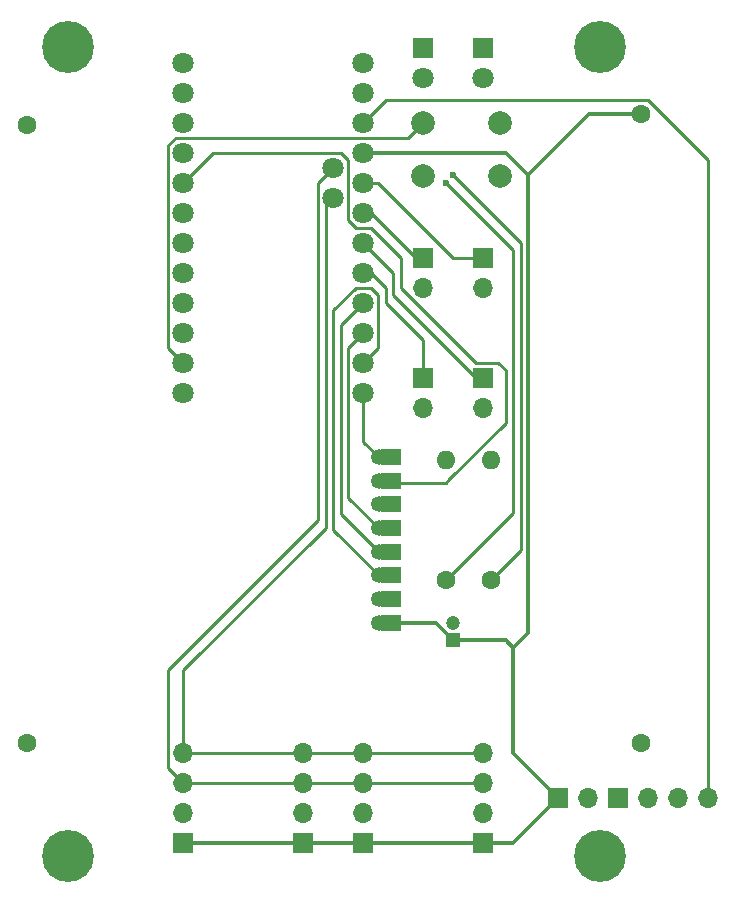
<source format=gbr>
G04 #@! TF.FileFunction,Copper,L1,Top,Signal*
%FSLAX46Y46*%
G04 Gerber Fmt 4.6, Leading zero omitted, Abs format (unit mm)*
G04 Created by KiCad (PCBNEW 4.0.7) date 04/25/18 22:19:43*
%MOMM*%
%LPD*%
G01*
G04 APERTURE LIST*
%ADD10C,0.100000*%
%ADD11C,4.400000*%
%ADD12C,0.700000*%
%ADD13R,1.800000X1.800000*%
%ADD14C,1.800000*%
%ADD15C,1.600000*%
%ADD16O,1.600000X1.600000*%
%ADD17C,1.350000*%
%ADD18R,1.800000X1.350000*%
%ADD19C,2.000000*%
%ADD20R,1.700000X1.700000*%
%ADD21O,1.700000X1.700000*%
%ADD22R,1.200000X1.200000*%
%ADD23C,1.200000*%
%ADD24C,0.600000*%
%ADD25C,0.350000*%
%ADD26C,0.250000*%
G04 APERTURE END LIST*
D10*
D11*
X116000000Y-81250000D03*
D12*
X117650000Y-81250000D03*
X117166726Y-82416726D03*
X116000000Y-82900000D03*
X114833274Y-82416726D03*
X114350000Y-81250000D03*
X114833274Y-80083274D03*
X116000000Y-79600000D03*
X117166726Y-80083274D03*
D11*
X161000000Y-81250000D03*
D12*
X162650000Y-81250000D03*
X162166726Y-82416726D03*
X161000000Y-82900000D03*
X159833274Y-82416726D03*
X159350000Y-81250000D03*
X159833274Y-80083274D03*
X161000000Y-79600000D03*
X162166726Y-80083274D03*
D11*
X161000000Y-149750000D03*
D12*
X162650000Y-149750000D03*
X162166726Y-150916726D03*
X161000000Y-151400000D03*
X159833274Y-150916726D03*
X159350000Y-149750000D03*
X159833274Y-148583274D03*
X161000000Y-148100000D03*
X162166726Y-148583274D03*
D13*
X146050000Y-81280000D03*
D14*
X146050000Y-83820000D03*
D15*
X147955000Y-126365000D03*
D16*
X147955000Y-116205000D03*
D17*
X142280000Y-115945000D03*
D18*
X143280000Y-115945000D03*
D17*
X142280000Y-129945000D03*
X142280000Y-127945000D03*
X142280000Y-125945000D03*
X142280000Y-123945000D03*
X142280000Y-121945000D03*
X142280000Y-119945000D03*
X142280000Y-117945000D03*
D18*
X143280000Y-129945000D03*
X143280000Y-127945000D03*
X143280000Y-125945000D03*
X143280000Y-123945000D03*
X143280000Y-121945000D03*
X143280000Y-119945000D03*
X143280000Y-117945000D03*
D19*
X146050000Y-92130000D03*
X146050000Y-87630000D03*
X152550000Y-92130000D03*
X152550000Y-87630000D03*
D13*
X151130000Y-81280000D03*
D14*
X151130000Y-83820000D03*
D20*
X157480000Y-144780000D03*
D21*
X160020000Y-144780000D03*
D20*
X151130000Y-148590000D03*
D21*
X151130000Y-146050000D03*
X151130000Y-143510000D03*
X151130000Y-140970000D03*
D20*
X125730000Y-148590000D03*
D21*
X125730000Y-146050000D03*
X125730000Y-143510000D03*
X125730000Y-140970000D03*
D20*
X162560000Y-144780000D03*
D21*
X165100000Y-144780000D03*
X167640000Y-144780000D03*
X170180000Y-144780000D03*
D15*
X151765000Y-126365000D03*
D16*
X151765000Y-116205000D03*
D15*
X112500000Y-87800000D03*
X112500000Y-140100000D03*
D20*
X146050000Y-109220000D03*
D21*
X146050000Y-111760000D03*
D20*
X151130000Y-109220000D03*
D21*
X151130000Y-111760000D03*
D20*
X146050000Y-99060000D03*
D21*
X146050000Y-101600000D03*
D20*
X151130000Y-99060000D03*
D21*
X151130000Y-101600000D03*
D20*
X140970000Y-148590000D03*
D21*
X140970000Y-146050000D03*
X140970000Y-143510000D03*
X140970000Y-140970000D03*
D20*
X135890000Y-148590000D03*
D21*
X135890000Y-146050000D03*
X135890000Y-143510000D03*
X135890000Y-140970000D03*
D14*
X140970000Y-110490000D03*
X140970000Y-107950000D03*
X140970000Y-105410000D03*
X140970000Y-102870000D03*
X140970000Y-100330000D03*
X140970000Y-97790000D03*
X140970000Y-95250000D03*
X140970000Y-92710000D03*
X140970000Y-90170000D03*
X140970000Y-87630000D03*
X140970000Y-85090000D03*
X140970000Y-82550000D03*
X125730000Y-82550000D03*
X125730000Y-85090000D03*
X125730000Y-87630000D03*
X125730000Y-90170000D03*
X125730000Y-92710000D03*
X125730000Y-95250000D03*
X125730000Y-97790000D03*
X125730000Y-100330000D03*
X125730000Y-102870000D03*
X125730000Y-105410000D03*
X125730000Y-107950000D03*
X125730000Y-110490000D03*
X138430000Y-93980000D03*
X138430000Y-91440000D03*
D22*
X148590000Y-131445000D03*
D23*
X148590000Y-129945000D03*
D11*
X116000000Y-149750000D03*
D12*
X117650000Y-149750000D03*
X117166726Y-150916726D03*
X116000000Y-151400000D03*
X114833274Y-150916726D03*
X114350000Y-149750000D03*
X114833274Y-148583274D03*
X116000000Y-148100000D03*
X117166726Y-148583274D03*
D15*
X164500000Y-140100000D03*
X164500000Y-86900000D03*
D24*
X148590000Y-92075000D03*
X147955000Y-92710000D03*
D25*
X164500000Y-86900000D02*
X160115000Y-86900000D01*
X156210000Y-90805000D02*
X158750000Y-88265000D01*
X154940000Y-92075000D02*
X156210000Y-90805000D01*
X160115000Y-86900000D02*
X158750000Y-88265000D01*
X142280000Y-129945000D02*
X143280000Y-129945000D01*
X142280000Y-129945000D02*
X147090000Y-129945000D01*
X147090000Y-129945000D02*
X148590000Y-131445000D01*
X154940000Y-92075000D02*
X153035000Y-90170000D01*
X154940000Y-121285000D02*
X154940000Y-92075000D01*
X154940000Y-130810000D02*
X154940000Y-121285000D01*
X154940000Y-121285000D02*
X154940000Y-120650000D01*
X148590000Y-131445000D02*
X153035000Y-131445000D01*
X153035000Y-131445000D02*
X153670000Y-132080000D01*
X148360000Y-131215000D02*
X148590000Y-131445000D01*
X153670000Y-132080000D02*
X153670000Y-140970000D01*
X153670000Y-140970000D02*
X157480000Y-144780000D01*
X154535000Y-131215000D02*
X153670000Y-132080000D01*
X154535000Y-131215000D02*
X154940000Y-130810000D01*
X140970000Y-90170000D02*
X153035000Y-90170000D01*
X151130000Y-148590000D02*
X153670000Y-148590000D01*
X153670000Y-148590000D02*
X157480000Y-144780000D01*
X125730000Y-148590000D02*
X135890000Y-148590000D01*
X135890000Y-148590000D02*
X140970000Y-148590000D01*
X140970000Y-148590000D02*
X151130000Y-148590000D01*
D26*
X142280000Y-127945000D02*
X143280000Y-127945000D01*
X148590000Y-92075000D02*
X154305000Y-97790000D01*
X154305000Y-97790000D02*
X154305000Y-123825000D01*
X154305000Y-123825000D02*
X151765000Y-126365000D01*
X142280000Y-119945000D02*
X143280000Y-119945000D01*
X125730000Y-88900000D02*
X125095000Y-88900000D01*
X144780000Y-88900000D02*
X125730000Y-88900000D01*
X146050000Y-87630000D02*
X144780000Y-88900000D01*
X124460000Y-106680000D02*
X125730000Y-107950000D01*
X124460000Y-89535000D02*
X124460000Y-106680000D01*
X125095000Y-88900000D02*
X124460000Y-89535000D01*
X142280000Y-115945000D02*
X143280000Y-115945000D01*
X140970000Y-114300000D02*
X140970000Y-114635000D01*
X140970000Y-114635000D02*
X142280000Y-115945000D01*
X140970000Y-113665000D02*
X140970000Y-114300000D01*
X140970000Y-112395000D02*
X140970000Y-113665000D01*
X140970000Y-112395000D02*
X140970000Y-110490000D01*
X140970000Y-111760000D02*
X140970000Y-112395000D01*
X148272500Y-117792500D02*
X147955000Y-118110000D01*
X147955000Y-118110000D02*
X142445000Y-118110000D01*
X142445000Y-118110000D02*
X142280000Y-117945000D01*
X153035000Y-113030000D02*
X153035000Y-111760000D01*
X148272500Y-117792500D02*
X153035000Y-113030000D01*
X128270000Y-90170000D02*
X125730000Y-92710000D01*
X151130000Y-107950000D02*
X152400000Y-107950000D01*
X150495000Y-107950000D02*
X151130000Y-107950000D01*
X140335000Y-96520000D02*
X139700000Y-95885000D01*
X150495000Y-107950000D02*
X144145000Y-101600000D01*
X144145000Y-101600000D02*
X144145000Y-99060000D01*
X144145000Y-99060000D02*
X141605000Y-96520000D01*
X141605000Y-96520000D02*
X140335000Y-96520000D01*
X153035000Y-108585000D02*
X152400000Y-107950000D01*
X139700000Y-95885000D02*
X139700000Y-90805000D01*
X139700000Y-90805000D02*
X139065000Y-90170000D01*
X139065000Y-90170000D02*
X128270000Y-90170000D01*
X153035000Y-108585000D02*
X153035000Y-111760000D01*
X137160000Y-120650000D02*
X137160000Y-121285000D01*
X137160000Y-121285000D02*
X124460000Y-133985000D01*
X137160000Y-118745000D02*
X137160000Y-120650000D01*
X137160000Y-118745000D02*
X137160000Y-93980000D01*
X137160000Y-93980000D02*
X137160000Y-93345000D01*
X137160000Y-92710000D02*
X138430000Y-91440000D01*
X137160000Y-93345000D02*
X137160000Y-92710000D01*
X124460000Y-133985000D02*
X124460000Y-140335000D01*
X124460000Y-140335000D02*
X124460000Y-142240000D01*
X124460000Y-142240000D02*
X125730000Y-143510000D01*
X125730000Y-143510000D02*
X135890000Y-143510000D01*
X135890000Y-143510000D02*
X140970000Y-143510000D01*
X140970000Y-143510000D02*
X151130000Y-143510000D01*
X137795000Y-119380000D02*
X137795000Y-121920000D01*
X137795000Y-121920000D02*
X125730000Y-133985000D01*
X137795000Y-119380000D02*
X137795000Y-95885000D01*
X137795000Y-95885000D02*
X137795000Y-94615000D01*
X125730000Y-133985000D02*
X125730000Y-140970000D01*
X125730000Y-140970000D02*
X125730000Y-140335000D01*
X137795000Y-94615000D02*
X138430000Y-93980000D01*
X125730000Y-140970000D02*
X135890000Y-140970000D01*
X135890000Y-140970000D02*
X140970000Y-140970000D01*
X140970000Y-140970000D02*
X151130000Y-140970000D01*
X142875000Y-101600000D02*
X141605000Y-100330000D01*
X141605000Y-100330000D02*
X140970000Y-100330000D01*
X142875000Y-101600000D02*
X142875000Y-102870000D01*
X142875000Y-102870000D02*
X144145000Y-104140000D01*
X144145000Y-104140000D02*
X146050000Y-106045000D01*
X146050000Y-106045000D02*
X146050000Y-109220000D01*
X140970000Y-97790000D02*
X143510000Y-100330000D01*
X143510000Y-102235000D02*
X150495000Y-109220000D01*
X143510000Y-100330000D02*
X143510000Y-102235000D01*
X150495000Y-109220000D02*
X151130000Y-109220000D01*
X150495000Y-109220000D02*
X151130000Y-109220000D01*
X142875000Y-96520000D02*
X141605000Y-95250000D01*
X141605000Y-95250000D02*
X140970000Y-95250000D01*
X142875000Y-96520000D02*
X145415000Y-99060000D01*
X145415000Y-99060000D02*
X146050000Y-99060000D01*
X143510000Y-93980000D02*
X142240000Y-92710000D01*
X142240000Y-92710000D02*
X140970000Y-92710000D01*
X151130000Y-99060000D02*
X148590000Y-99060000D01*
X148590000Y-99060000D02*
X143510000Y-93980000D01*
X142280000Y-125945000D02*
X143280000Y-125945000D01*
X138430000Y-121920000D02*
X138430000Y-122095000D01*
X138430000Y-122095000D02*
X142280000Y-125945000D01*
X138430000Y-114935000D02*
X138430000Y-121920000D01*
X138430000Y-113665000D02*
X138430000Y-114935000D01*
X140970000Y-107950000D02*
X142240000Y-106680000D01*
X138430000Y-103505000D02*
X138430000Y-113665000D01*
X140335000Y-101600000D02*
X138430000Y-103505000D01*
X141605000Y-101600000D02*
X140335000Y-101600000D01*
X142240000Y-102235000D02*
X141605000Y-101600000D01*
X142240000Y-106680000D02*
X142240000Y-102235000D01*
X142280000Y-123945000D02*
X143280000Y-123945000D01*
X139065000Y-119380000D02*
X139065000Y-120730000D01*
X139065000Y-120730000D02*
X142280000Y-123945000D01*
X139065000Y-113030000D02*
X139065000Y-114935000D01*
X139065000Y-106045000D02*
X139065000Y-104775000D01*
X140970000Y-102870000D02*
X139065000Y-104775000D01*
X139065000Y-113030000D02*
X139065000Y-106045000D01*
X139065000Y-114935000D02*
X139065000Y-119380000D01*
X142280000Y-121945000D02*
X143280000Y-121945000D01*
X139700000Y-118110000D02*
X139700000Y-119365000D01*
X139700000Y-119365000D02*
X142280000Y-121945000D01*
X139700000Y-114935000D02*
X139700000Y-118110000D01*
X139700000Y-108585000D02*
X139700000Y-112395000D01*
X140970000Y-105410000D02*
X139700000Y-106680000D01*
X139700000Y-108585000D02*
X139700000Y-106680000D01*
X139700000Y-112395000D02*
X139700000Y-114935000D01*
X140970000Y-87630000D02*
X142875000Y-85725000D01*
X142875000Y-85725000D02*
X163830000Y-85725000D01*
X170180000Y-144780000D02*
X170180000Y-90805000D01*
X170180000Y-90805000D02*
X166370000Y-86995000D01*
X165735000Y-86360000D02*
X166370000Y-86995000D01*
X163830000Y-85725000D02*
X165100000Y-85725000D01*
X165100000Y-85725000D02*
X165735000Y-86360000D01*
X147955000Y-126365000D02*
X153035000Y-121285000D01*
X153670000Y-98425000D02*
X147955000Y-92710000D01*
X153670000Y-120650000D02*
X153670000Y-98425000D01*
X153035000Y-121285000D02*
X153670000Y-120650000D01*
M02*

</source>
